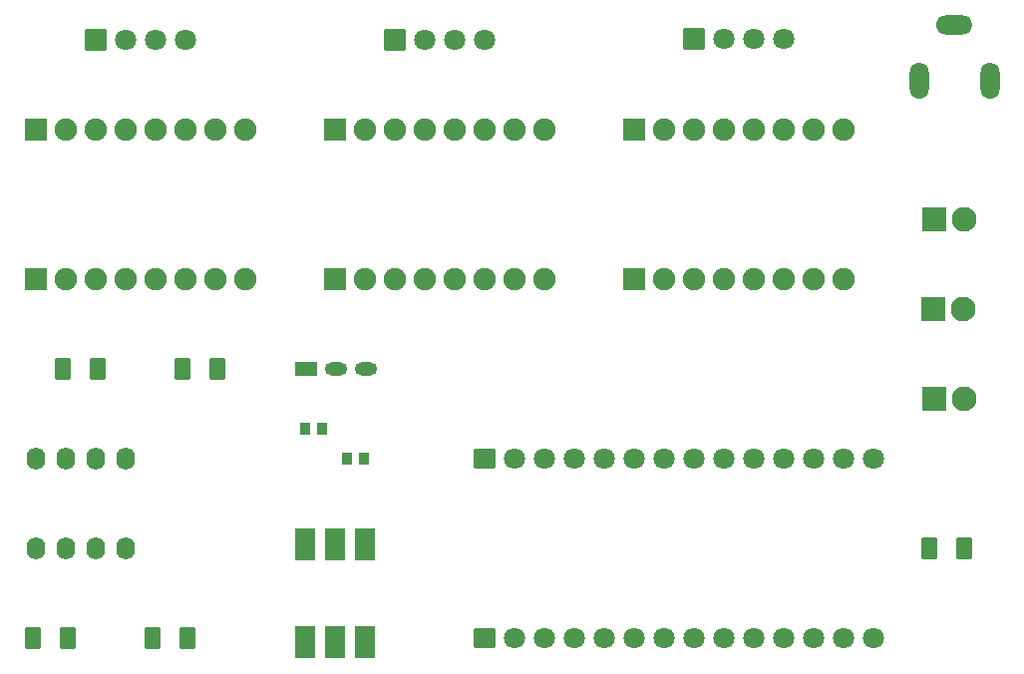
<source format=gts>
G04 Layer: TopSolderMaskLayer*
G04 EasyEDA v6.5.23, 2023-05-22 12:01:23*
G04 2ef3873b6a8849e1a700537b5c5aa0b8,043974f40ccd47e6b80d377579d0ea0a,10*
G04 Gerber Generator version 0.2*
G04 Scale: 100 percent, Rotated: No, Reflected: No *
G04 Dimensions in millimeters *
G04 leading zeros omitted , absolute positions ,4 integer and 5 decimal *
%FSLAX45Y45*%
%MOMM*%

%AMMACRO1*1,1,$1,$2,$3*1,1,$1,$4,$5*1,1,$1,0-$2,0-$3*1,1,$1,0-$4,0-$5*20,1,$1,$2,$3,$4,$5,0*20,1,$1,$4,$5,0-$2,0-$3,0*20,1,$1,0-$2,0-$3,0-$4,0-$5,0*20,1,$1,0-$4,0-$5,$2,$3,0*4,1,4,$2,$3,$4,$5,0-$2,0-$3,0-$4,0-$5,$2,$3,0*%
%ADD10MACRO1,0.1016X-0.6038X-0.8505X-0.6038X0.8505*%
%ADD11MACRO1,0.1016X0.6038X-0.8505X0.6038X0.8505*%
%ADD12MACRO1,0.1016X-0.4X0.45X0.4X0.45*%
%ADD13O,1.609598X3.1175960000000003*%
%ADD14O,3.1175960000000003X1.609598*%
%ADD15MACRO1,0.1016X-0.825X1.27X0.825X1.27*%
%ADD16O,1.9015963999999999X1.1015979999999999*%
%ADD17MACRO1,0.1016X-0.9X0.5X0.9X0.5*%
%ADD18O,1.561592X1.92659*%
%ADD19C,1.8016*%
%ADD20MACRO1,0.1016X-0.85X0.7874X0.85X0.7874*%
%ADD21MACRO1,0.1016X-0.9X0.9X0.9X0.9*%
%ADD22C,1.9016*%
%ADD23MACRO1,0.1016X-1X1X1X1*%
%ADD24C,2.1016*%
%ADD25MACRO1,0.1016X-0.85X0.85X0.85X0.85*%

%LPD*%
D10*
G01*
X9926876Y2273300D03*
D11*
G01*
X9631123Y2273300D03*
D12*
G01*
X4476899Y3289300D03*
G01*
X4336900Y3289300D03*
G01*
X4832499Y3035300D03*
G01*
X4692500Y3035300D03*
D10*
G01*
X3335576Y1511300D03*
D11*
G01*
X3039823Y1511300D03*
D10*
G01*
X3589576Y3797300D03*
D11*
G01*
X3293823Y3797300D03*
D10*
G01*
X2319576Y1511300D03*
D11*
G01*
X2023823Y1511300D03*
D10*
G01*
X2573576Y3797300D03*
D11*
G01*
X2277823Y3797300D03*
D13*
G01*
X9548088Y6248400D03*
G01*
X10148087Y6248400D03*
D14*
G01*
X9848113Y6718401D03*
D15*
G01*
X4330700Y1477309D03*
G01*
X4584700Y1477307D03*
G01*
X4838700Y1477304D03*
G01*
X4838700Y2307292D03*
G01*
X4584700Y2307292D03*
G01*
X4330700Y2307292D03*
D16*
G01*
X4597400Y3797300D03*
G01*
X4851400Y3797300D03*
D17*
G01*
X4343400Y3797300D03*
D18*
G01*
X2044700Y2273300D03*
G01*
X2298700Y2273300D03*
G01*
X2552700Y2273300D03*
G01*
X2806700Y2273300D03*
G01*
X2044700Y3035300D03*
G01*
X2298700Y3035300D03*
G01*
X2552700Y3035300D03*
G01*
X2806700Y3035300D03*
D19*
G01*
X9156700Y1511300D03*
G01*
X8902700Y1511300D03*
G01*
X8648700Y1511300D03*
G01*
X8394700Y1511300D03*
G01*
X8140700Y1511300D03*
G01*
X7886700Y1511300D03*
G01*
X7632700Y1511300D03*
G01*
X7378700Y1511300D03*
G01*
X7124700Y1511300D03*
G01*
X6870700Y1511300D03*
G01*
X6616700Y1511300D03*
G01*
X6362700Y1511300D03*
G01*
X6108700Y1511300D03*
D20*
G01*
X5854700Y1511300D03*
D19*
G01*
X9156700Y3035300D03*
G01*
X8902700Y3035300D03*
G01*
X8648700Y3035300D03*
G01*
X8394700Y3035300D03*
G01*
X8140700Y3035300D03*
G01*
X7886700Y3035300D03*
G01*
X7632700Y3035300D03*
G01*
X7378700Y3035300D03*
G01*
X7124700Y3035300D03*
G01*
X6870700Y3035300D03*
G01*
X6616700Y3035300D03*
G01*
X6362700Y3035300D03*
G01*
X6108700Y3035300D03*
D20*
G01*
X5854700Y3035300D03*
D21*
G01*
X2044700Y4559300D03*
D22*
G01*
X2298700Y4559300D03*
G01*
X2552700Y4559300D03*
G01*
X2806700Y4559300D03*
G01*
X3060700Y4559300D03*
G01*
X3314700Y4559300D03*
G01*
X3568700Y4559300D03*
G01*
X3822700Y4559300D03*
D21*
G01*
X2044700Y5829300D03*
D22*
G01*
X2298700Y5829300D03*
G01*
X2552700Y5829300D03*
G01*
X2806700Y5829300D03*
G01*
X3060700Y5829300D03*
G01*
X3314700Y5829300D03*
G01*
X3568700Y5829300D03*
G01*
X3822700Y5829300D03*
D21*
G01*
X4584700Y4559300D03*
D22*
G01*
X4838700Y4559300D03*
G01*
X5092700Y4559300D03*
G01*
X5346700Y4559300D03*
G01*
X5600700Y4559300D03*
G01*
X5854700Y4559300D03*
G01*
X6108700Y4559300D03*
G01*
X6362700Y4559300D03*
D21*
G01*
X4584700Y5829300D03*
D22*
G01*
X4838700Y5829300D03*
G01*
X5092700Y5829300D03*
G01*
X5346700Y5829300D03*
G01*
X5600700Y5829300D03*
G01*
X5854700Y5829300D03*
G01*
X6108700Y5829300D03*
G01*
X6362700Y5829300D03*
D21*
G01*
X7124700Y4559300D03*
D22*
G01*
X7378700Y4559300D03*
G01*
X7632700Y4559300D03*
G01*
X7886700Y4559300D03*
G01*
X8140700Y4559300D03*
G01*
X8394700Y4559300D03*
G01*
X8648700Y4559300D03*
G01*
X8902700Y4559300D03*
D21*
G01*
X7124700Y5829300D03*
D22*
G01*
X7378700Y5829300D03*
G01*
X7632700Y5829300D03*
G01*
X7886700Y5829300D03*
G01*
X8140700Y5829300D03*
G01*
X8394700Y5829300D03*
G01*
X8648700Y5829300D03*
G01*
X8902700Y5829300D03*
D23*
G01*
X9677400Y5067300D03*
D24*
G01*
X9931400Y5067300D03*
D25*
G01*
X2552700Y6591300D03*
D19*
G01*
X2806700Y6591300D03*
G01*
X3060700Y6591300D03*
G01*
X3314700Y6591300D03*
D25*
G01*
X5092700Y6591300D03*
D19*
G01*
X5346700Y6591300D03*
G01*
X5600700Y6591300D03*
G01*
X5854700Y6591300D03*
D25*
G01*
X7632700Y6604000D03*
D19*
G01*
X7886700Y6604000D03*
G01*
X8140700Y6604000D03*
G01*
X8394700Y6604000D03*
D23*
G01*
X9677400Y3543300D03*
D24*
G01*
X9931400Y3543300D03*
D23*
G01*
X9664700Y4305300D03*
D24*
G01*
X9918700Y4305300D03*
D19*
G01*
X8902700Y4559300D03*
G01*
X8902700Y4559300D03*
M02*

</source>
